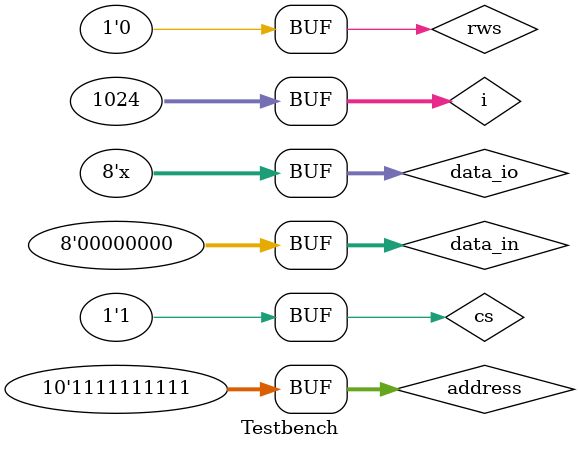
<source format=v>

`timescale 1ns/1ps

module Testbench ();
    reg [9:0] address;
    reg [7:0] data_in;
    reg rws,cs;

    wire [7:0] data_io;
    integer i;
    assign #3 data_io = (rws==1) ? data_in : 8'dz;

    initial begin
        rws = 1'b1; 
        cs = 1'd1;
        data_in = 0;
        address = 0;
        for (i = 1;i<1024 ;i=i+1 ) begin
                #25
                rws = 0;
                #25
                rws = 1'b1;
                data_in = 2*i;
                address =i;
        end
        rws = 0;
        data_in = 0;
        for (i=0; i<1024;i=i+1) begin
            address = i;
            #50;
        end
    end

    SRAM inst (
        .data_io(data_io),
        .address(address),
        .read_write_select(rws),
        .chip_select(cs)
    );
endmodule
</source>
